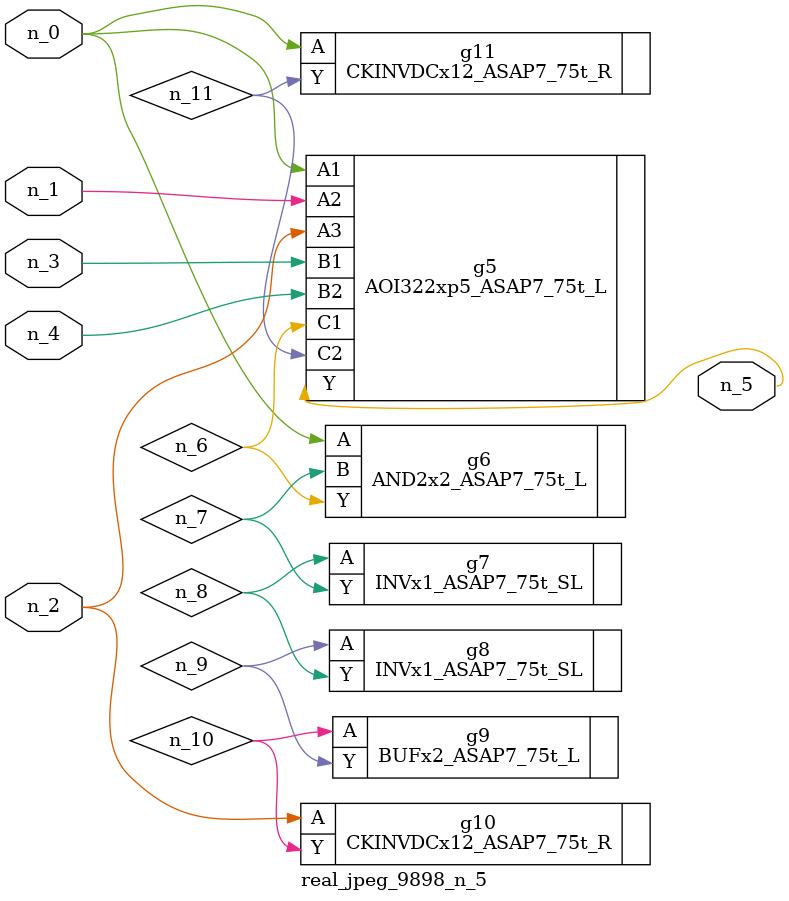
<source format=v>
module real_jpeg_9898_n_5 (n_4, n_0, n_1, n_2, n_3, n_5);

input n_4;
input n_0;
input n_1;
input n_2;
input n_3;

output n_5;

wire n_8;
wire n_11;
wire n_6;
wire n_7;
wire n_10;
wire n_9;

AOI322xp5_ASAP7_75t_L g5 ( 
.A1(n_0),
.A2(n_1),
.A3(n_2),
.B1(n_3),
.B2(n_4),
.C1(n_6),
.C2(n_11),
.Y(n_5)
);

AND2x2_ASAP7_75t_L g6 ( 
.A(n_0),
.B(n_7),
.Y(n_6)
);

CKINVDCx12_ASAP7_75t_R g11 ( 
.A(n_0),
.Y(n_11)
);

CKINVDCx12_ASAP7_75t_R g10 ( 
.A(n_2),
.Y(n_10)
);

INVx1_ASAP7_75t_SL g7 ( 
.A(n_8),
.Y(n_7)
);

INVx1_ASAP7_75t_SL g8 ( 
.A(n_9),
.Y(n_8)
);

BUFx2_ASAP7_75t_L g9 ( 
.A(n_10),
.Y(n_9)
);


endmodule
</source>
